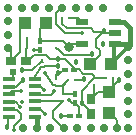
<source format=gbr>
%FSLAX35Y35*%
%MOIN*%
G04 EasyPC Gerber Version 18.0.9 Build 3640 *
%ADD29R,0.01000X0.01000*%
%ADD111R,0.01800X0.02000*%
%ADD108R,0.02800X0.03500*%
%ADD93R,0.03937X0.04291*%
%ADD16C,0.00600*%
%ADD14C,0.00800*%
%ADD15C,0.01200*%
%ADD95C,0.01400*%
%ADD130C,0.01600*%
%ADD129C,0.01800*%
%ADD20C,0.02400*%
%ADD12C,0.02800*%
%ADD27R,0.01000X0.01000*%
%ADD128R,0.03937X0.01260*%
%ADD28R,0.02000X0.01800*%
%ADD127R,0.04331X0.02362*%
%ADD131C,0.03200*%
%ADD88R,0.03500X0.02800*%
%ADD90R,0.04291X0.03937*%
X0Y0D02*
D02*
D12*
X2750Y29250D03*
Y33750D03*
Y38250D03*
Y42750D03*
X7250D03*
X7750Y2750D03*
X11750Y42750D03*
X12250Y2750D03*
X16250Y42750D03*
X16750Y2750D03*
X20750Y42750D03*
X21250Y2750D03*
X25250Y42750D03*
X25750Y2750D03*
X29750Y42750D03*
X30250Y2750D03*
X34250Y42750D03*
X34750Y2750D03*
X38950D03*
X42750D03*
Y7250D03*
Y11750D03*
Y16250D03*
Y20750D03*
Y25250D03*
Y29750D03*
X42850Y42750D03*
D02*
D14*
X3032Y6312D02*
X2550D01*
Y3250*
X2250Y2950*
X3032Y16391D02*
X5291D01*
X7550Y18650*
X3032Y18911D02*
Y18850D01*
X4350*
Y21350*
X3700Y24950D02*
Y28300D01*
X2750Y29250*
X6550D02*
Y27800D01*
X3700Y24950*
X6550Y29250D02*
Y35650D01*
X8450Y37550*
X6650Y32750D02*
X6550D01*
Y29250*
X12250Y5756D02*
X11693Y6312D01*
X13450Y28750D02*
X11150D01*
X13450Y31750D02*
Y35550D01*
X15450Y37550*
X13550Y31650D02*
X13450Y31750D01*
X13950Y25150D02*
Y25050D01*
X10750Y21850*
X7450*
X13950Y25150D02*
X14050D01*
Y24450*
X14150*
X14650Y31650D02*
X13550D01*
X15450Y37550D02*
Y36950D01*
X18550Y29350D02*
X19550Y28650D01*
X21150Y27050*
X30450*
X30750Y27350*
X18550Y31650D02*
X13550D01*
X18550D02*
X20950D01*
X22950Y29650*
X18750Y16550D02*
Y17050D01*
X17550*
X14950Y20850*
X18750Y16550D02*
X20750D01*
X22650Y18450*
X20750Y39250D02*
Y37350D01*
X22150Y35950*
X30150*
X31450Y34650*
X34350*
X34550Y34850*
X20950Y13950D02*
Y16750D01*
X22650Y18450*
X21750Y22050D02*
X21250D01*
X20050Y20850*
X19250*
X23150Y6750D02*
X20150D01*
X24850Y10850D02*
X24050D01*
X22950Y11950*
X24850Y13850D02*
X21050D01*
X20950Y13950*
X24950Y18450D02*
X27650D01*
X28050Y18850*
X26150Y6750D02*
Y9550D01*
X24850Y10850*
X27341Y30207D02*
Y30507D01*
X23807*
X22950Y29650*
X29850Y23950D02*
X30150D01*
X33250Y27050*
Y28450*
X31950Y29750*
Y32250*
X34550Y34850*
X31450Y16950D02*
Y13500D01*
X30350Y12400*
X36350Y7750D02*
Y7050D01*
Y7750D02*
X36750D01*
X36350Y14750D02*
Y15250D01*
X39750Y18650*
X36350Y14750D02*
X32700D01*
X30350Y12400*
X36850Y23950D02*
X36950D01*
X37550Y19250D02*
Y15950D01*
X36350Y14750*
X38365Y34247D02*
X35153D01*
X34550Y34850*
X38365Y37987D02*
X38850D01*
X38913Y38050*
X38950Y2750D02*
Y5150D01*
X36350Y7750*
X41993Y30507D02*
X42750Y29750D01*
D02*
D15*
X36850Y23950D02*
X38050D01*
Y30507*
X38365*
X36950Y23950D02*
X42750Y29750D01*
X43235Y30235D02*
X42750Y29750D01*
D02*
D16*
X2850Y8650D02*
X3032Y8832D01*
Y11352D02*
X2450D01*
X3032Y13871D02*
X3750D01*
Y14850*
X7050*
X4550Y2050D02*
Y3250D01*
X6850Y5550*
Y7150*
X5550Y8450*
X3214*
X3032Y8632*
Y8832*
X6750Y9450D02*
Y9650D01*
X5150Y11250*
X3150*
X8800Y24950D02*
X9250D01*
X11150Y26850*
X15450*
X16650Y25650*
X19850*
X8800Y24950D02*
Y29200D01*
X8850Y29250*
X8950Y32750D02*
Y29350D01*
X8850Y29250*
X11693Y8989D02*
X13311D01*
X14950Y7350*
X11693Y11509D02*
X20809D01*
X20950Y11650*
X11693Y14029D02*
Y13750D01*
X17129*
X17950Y14571*
Y14850*
X11693Y16548D02*
X13452D01*
X14750Y15250*
X11693Y19068D02*
X11250D01*
Y19193*
X13507Y22850*
X13950*
X18750Y18850D02*
Y20350D01*
X19250Y20850*
X19350Y23150D02*
X15650D01*
X13950Y22850*
X19350Y25650D02*
X19850D01*
X21750*
X24750Y22650*
Y22050*
X20950Y11650D02*
X20350D01*
Y11050*
X21250Y2750D02*
X20900D01*
X17550Y6100*
Y8250*
X20950Y11650*
X23050Y39250D02*
X26078D01*
X27341Y37987*
X25350Y22050D02*
X24750D01*
X27150Y34250D02*
X21750D01*
X18750Y37250*
Y40950*
X20750Y42950*
X20865*
X30350Y7300D02*
Y7850D01*
X27350Y10850*
X30350Y7300D02*
X30100D01*
X30350D02*
X29600D01*
X31450Y19250D02*
Y19150D01*
X27250Y14950*
Y10950*
X27350Y10850*
X31450Y19250D02*
Y20050D01*
X30750Y20750*
X27650*
X26250Y22150*
X25750*
X24750Y22050*
X31450Y19250D02*
X35250D01*
D02*
D20*
X4350Y21350D03*
D02*
D27*
X6550Y29250D03*
X6650Y32750D03*
X8850Y29250D03*
X8950Y32750D03*
X20750Y39250D03*
X22650Y18450D03*
X23050Y39250D03*
X24950Y18450D03*
X35250Y19250D03*
X37550D03*
D02*
D28*
X21750Y22050D03*
X23150Y6750D03*
X24750Y22050D03*
X26150Y6750D03*
D02*
D29*
X13950Y22850D03*
Y25150D03*
X18550Y29350D03*
Y31650D03*
X18750Y16550D03*
Y18850D03*
X20950Y11650D03*
Y13950D03*
X31450Y16950D03*
Y19250D03*
D02*
D88*
X3700Y24950D03*
X8800D03*
D02*
D90*
X8450Y37550D03*
X15450D03*
X29850Y23950D03*
X36850D03*
D02*
D93*
X36350Y7750D03*
Y14750D03*
D02*
D95*
X4550Y2050D03*
X6750Y9450D03*
X7050Y14850D03*
X7450Y11350D03*
X11150Y28750D03*
X14750Y15250D03*
X14950Y7350D03*
Y20850D03*
X17950Y14850D03*
X22950Y11950D03*
X27150Y34250D03*
D02*
D108*
X30350Y7300D03*
Y12400D03*
D02*
D111*
X13450Y28750D03*
Y31750D03*
X24850Y10850D03*
Y13850D03*
D02*
D127*
X27341Y30507D03*
Y37987D03*
X38365Y30507D03*
Y34247D03*
Y37987D03*
D02*
D128*
X3032Y6312D03*
Y8832D03*
Y11352D03*
Y13871D03*
Y16391D03*
Y18911D03*
X11693Y6312D03*
Y8989D03*
Y11509D03*
Y14029D03*
Y16548D03*
Y19068D03*
D02*
D129*
X2250Y2950D03*
X7450Y21850D03*
X7550Y18650D03*
X19250Y20850D03*
X19350Y23150D03*
Y25650D03*
X20150Y6750D03*
X25350Y24550D03*
X27350Y10850D03*
X28050Y18850D03*
X30750Y27350D03*
X34450Y30450D03*
X34550Y34850D03*
X38365Y30507D02*
X41993D01*
X38913Y38050D02*
X41235D01*
X43235Y36050*
Y30235*
X39750Y18650D03*
D02*
D130*
X12250Y2750D02*
Y5756D01*
D02*
D131*
X22950Y29650D03*
X0Y0D02*
M02*

</source>
